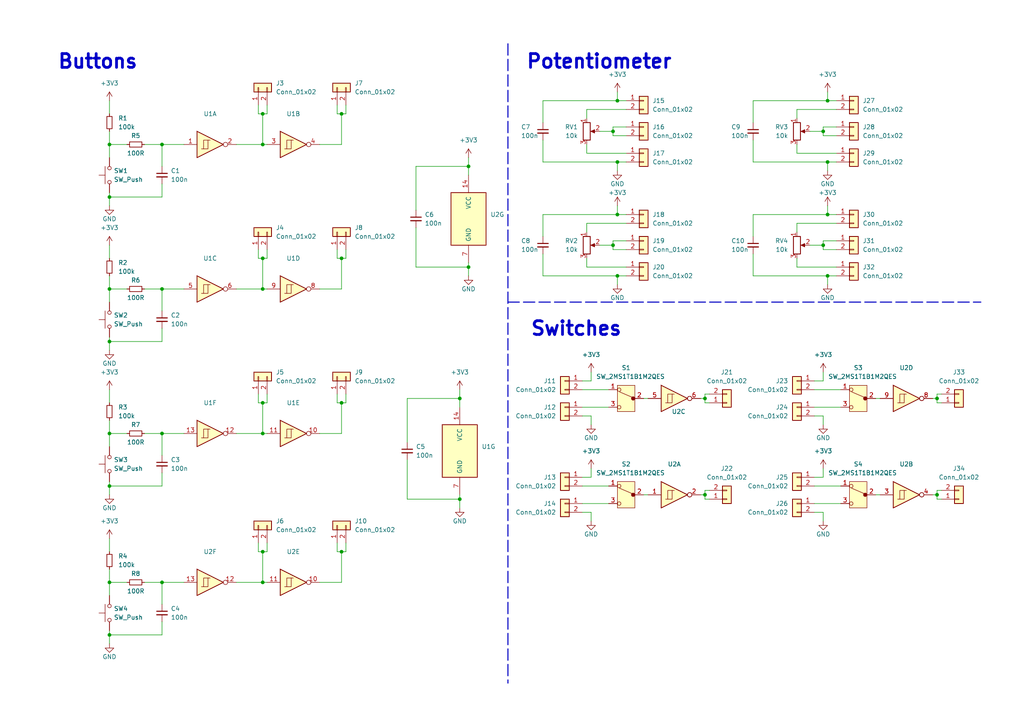
<source format=kicad_sch>
(kicad_sch (version 20211123) (generator eeschema)
  (paper "A4")
  (title_block (title "LCB-CBD-001: Dock") (date "2022-08-12") (rev "0.1") (company "PADERBORN UNIVERSITY DEPARTMENT OF POWER ELECTRONICS AND ELECTRICAL DRIVES"))
  (junction (at 76.2 168.91))
  (junction (at 99.06 74.93))
  (junction (at 179.07 46.99))
  (junction (at 271.78 115.57))
  (junction (at 179.07 80.01))
  (junction (at 177.8 71.12))
  (junction (at 177.8 38.1))
  (junction (at 76.2 41.91))
  (junction (at 31.75 57.15))
  (junction (at 46.99 83.82))
  (junction (at 46.99 168.91))
  (junction (at 76.2 160.02))
  (junction (at 46.99 125.73))
  (junction (at 76.2 116.84))
  (junction (at 135.89 48.26))
  (junction (at 238.76 71.12))
  (junction (at 133.35 144.78))
  (junction (at 99.06 116.84))
  (junction (at 204.47 115.57))
  (junction (at 31.75 83.82))
  (junction (at 31.75 41.91))
  (junction (at 99.06 33.02))
  (junction (at 240.03 62.23))
  (junction (at 179.07 62.23))
  (junction (at 240.03 80.01))
  (junction (at 204.47 143.51))
  (junction (at 31.75 125.73))
  (junction (at 99.06 160.02))
  (junction (at 76.2 125.73))
  (junction (at 238.76 38.1))
  (junction (at 31.75 99.06))
  (junction (at 135.89 77.47))
  (junction (at 240.03 46.99))
  (junction (at 76.2 74.93))
  (junction (at 31.75 168.91))
  (junction (at 133.35 115.57))
  (junction (at 240.03 29.21))
  (junction (at 76.2 33.02))
  (junction (at 76.2 83.82))
  (junction (at 179.07 29.21))
  (junction (at 46.99 41.91))
  (junction (at 31.75 184.15))
  (junction (at 271.78 143.51))
  (junction (at 31.75 140.97))
  (wire (pts (xy 177.8 39.37) (xy 181.61 39.37)))
  (wire (pts (xy 31.75 57.15) (xy 46.99 57.15)))
  (wire (pts (xy 240.03 46.99) (xy 240.03 49.53)))
  (wire (pts (xy 243.84 118.11) (xy 236.22 118.11)))
  (wire (pts (xy 238.76 36.83) (xy 242.57 36.83)))
  (wire (pts (xy 176.53 118.11) (xy 168.91 118.11)))
  (wire (pts (xy 135.89 77.47) (xy 120.65 77.47)))
  (wire (pts (xy 177.8 71.12) (xy 177.8 72.39)))
  (wire (pts (xy 31.75 140.97) (xy 46.99 140.97)))
  (wire (pts (xy 46.99 125.73) (xy 53.34 125.73)))
  (wire (pts (xy 46.99 99.06) (xy 46.99 95.25)))
  (wire (pts (xy 31.75 156.21) (xy 31.75 160.02)))
  (wire (pts (xy 231.14 77.47) (xy 242.57 77.47)))
  (wire (pts (xy 254 143.51) (xy 255.27 143.51)))
  (wire (pts (xy 31.75 55.88) (xy 31.75 57.15)))
  (wire (pts (xy 173.99 38.1) (xy 177.8 38.1)))
  (wire (pts (xy 218.44 62.23) (xy 218.44 68.58)))
  (wire (pts (xy 179.07 29.21) (xy 181.61 29.21)))
  (wire (pts (xy 271.78 143.51) (xy 271.78 144.78)))
  (wire (pts (xy 135.89 77.47) (xy 135.89 80.01)))
  (wire (pts (xy 176.53 146.05) (xy 168.91 146.05)))
  (wire (pts (xy 46.99 83.82) (xy 46.99 90.17)))
  (wire (pts (xy 77.47 74.93) (xy 77.47 72.39)))
  (wire (pts (xy 99.06 33.02) (xy 99.06 41.91)))
  (wire (pts (xy 204.47 115.57) (xy 204.47 116.84)))
  (polyline (pts (xy 147.32 12.7) (xy 147.32 198.12)) (stroke (width 0.3)))
  (wire (pts (xy 97.79 114.3) (xy 97.79 116.84)))
  (wire (pts (xy 231.14 64.77) (xy 242.57 64.77)))
  (wire (pts (xy 133.35 113.03) (xy 133.35 115.57)))
  (wire (pts (xy 100.33 74.93) (xy 100.33 72.39)))
  (wire (pts (xy 99.06 160.02) (xy 99.06 168.91)))
  (wire (pts (xy 120.65 48.26) (xy 120.65 60.96)))
  (polyline (pts (xy 147.32 87.63) (xy 284.48 87.63)) (stroke (width 0.3)))
  (wire (pts (xy 31.75 29.21) (xy 31.75 33.02)))
  (wire (pts (xy 135.89 76.2) (xy 135.89 77.47)))
  (wire (pts (xy 179.07 80.01) (xy 179.07 82.55)))
  (wire (pts (xy 46.99 41.91) (xy 53.34 41.91)))
  (wire (pts (xy 273.05 142.24) (xy 271.78 142.24)))
  (wire (pts (xy 238.76 120.65) (xy 238.76 123.19)))
  (wire (pts (xy 99.06 74.93) (xy 99.06 83.82)))
  (wire (pts (xy 31.75 97.79) (xy 31.75 99.06)))
  (wire (pts (xy 271.78 142.24) (xy 271.78 143.51)))
  (wire (pts (xy 177.8 38.1) (xy 177.8 36.83)))
  (wire (pts (xy 41.91 168.91) (xy 46.99 168.91)))
  (wire (pts (xy 240.03 59.69) (xy 240.03 62.23)))
  (wire (pts (xy 242.57 80.01) (xy 240.03 80.01)))
  (wire (pts (xy 218.44 46.99) (xy 240.03 46.99)))
  (wire (pts (xy 97.79 30.48) (xy 97.79 33.02)))
  (wire (pts (xy 74.93 33.02) (xy 76.2 33.02)))
  (wire (pts (xy 177.8 71.12) (xy 177.8 69.85)))
  (wire (pts (xy 74.93 157.48) (xy 74.93 160.02)))
  (wire (pts (xy 99.06 74.93) (xy 100.33 74.93)))
  (wire (pts (xy 205.74 144.78) (xy 204.47 144.78)))
  (wire (pts (xy 99.06 168.91) (xy 92.71 168.91)))
  (wire (pts (xy 118.11 144.78) (xy 118.11 133.35)))
  (wire (pts (xy 74.93 114.3) (xy 74.93 116.84)))
  (wire (pts (xy 177.8 69.85) (xy 181.61 69.85)))
  (wire (pts (xy 170.18 44.45) (xy 181.61 44.45)))
  (wire (pts (xy 31.75 121.92) (xy 31.75 125.73)))
  (wire (pts (xy 46.99 184.15) (xy 46.99 180.34)))
  (wire (pts (xy 46.99 83.82) (xy 53.34 83.82)))
  (wire (pts (xy 31.75 140.97) (xy 31.75 143.51)))
  (wire (pts (xy 76.2 168.91) (xy 77.47 168.91)))
  (wire (pts (xy 31.75 71.12) (xy 31.75 74.93)))
  (wire (pts (xy 76.2 74.93) (xy 77.47 74.93)))
  (wire (pts (xy 170.18 41.91) (xy 170.18 44.45)))
  (wire (pts (xy 31.75 99.06) (xy 46.99 99.06)))
  (wire (pts (xy 240.03 62.23) (xy 242.57 62.23)))
  (wire (pts (xy 100.33 160.02) (xy 100.33 157.48)))
  (wire (pts (xy 181.61 46.99) (xy 179.07 46.99)))
  (wire (pts (xy 179.07 29.21) (xy 157.48 29.21)))
  (wire (pts (xy 170.18 74.93) (xy 170.18 77.47)))
  (wire (pts (xy 76.2 83.82) (xy 77.47 83.82)))
  (wire (pts (xy 46.99 140.97) (xy 46.99 137.16)))
  (wire (pts (xy 236.22 120.65) (xy 238.76 120.65)))
  (wire (pts (xy 179.07 62.23) (xy 157.48 62.23)))
  (wire (pts (xy 204.47 143.51) (xy 204.47 144.78)))
  (wire (pts (xy 231.14 31.75) (xy 231.14 34.29)))
  (wire (pts (xy 177.8 72.39) (xy 181.61 72.39)))
  (wire (pts (xy 31.75 165.1) (xy 31.75 168.91)))
  (wire (pts (xy 100.33 30.48) (xy 100.33 33.02)))
  (wire (pts (xy 74.93 72.39) (xy 74.93 74.93)))
  (wire (pts (xy 177.8 38.1) (xy 177.8 39.37)))
  (wire (pts (xy 205.74 114.3) (xy 204.47 114.3)))
  (wire (pts (xy 240.03 26.67) (xy 240.03 29.21)))
  (wire (pts (xy 177.8 36.83) (xy 181.61 36.83)))
  (wire (pts (xy 133.35 144.78) (xy 133.35 147.32)))
  (wire (pts (xy 92.71 125.73) (xy 99.06 125.73)))
  (wire (pts (xy 76.2 41.91) (xy 77.47 41.91)))
  (wire (pts (xy 31.75 168.91) (xy 31.75 172.72)))
  (wire (pts (xy 157.48 40.64) (xy 157.48 46.99)))
  (wire (pts (xy 273.05 144.78) (xy 271.78 144.78)))
  (wire (pts (xy 31.75 57.15) (xy 31.75 59.69)))
  (wire (pts (xy 231.14 44.45) (xy 242.57 44.45)))
  (wire (pts (xy 133.35 115.57) (xy 118.11 115.57)))
  (wire (pts (xy 76.2 125.73) (xy 77.47 125.73)))
  (wire (pts (xy 31.75 41.91) (xy 36.83 41.91)))
  (wire (pts (xy 271.78 114.3) (xy 271.78 115.57)))
  (wire (pts (xy 238.76 135.89) (xy 238.76 138.43)))
  (wire (pts (xy 234.95 38.1) (xy 238.76 38.1)))
  (wire (pts (xy 120.65 77.47) (xy 120.65 66.04)))
  (wire (pts (xy 77.47 116.84) (xy 77.47 114.3)))
  (wire (pts (xy 271.78 115.57) (xy 271.78 116.84)))
  (wire (pts (xy 218.44 40.64) (xy 218.44 46.99)))
  (wire (pts (xy 234.95 71.12) (xy 238.76 71.12)))
  (wire (pts (xy 170.18 31.75) (xy 181.61 31.75)))
  (wire (pts (xy 231.14 64.77) (xy 231.14 67.31)))
  (wire (pts (xy 171.45 107.95) (xy 171.45 110.49)))
  (wire (pts (xy 74.93 160.02) (xy 76.2 160.02)))
  (wire (pts (xy 97.79 74.93) (xy 99.06 74.93)))
  (wire (pts (xy 218.44 62.23) (xy 240.03 62.23)))
  (wire (pts (xy 31.75 113.03) (xy 31.75 116.84)))
  (wire (pts (xy 179.07 59.69) (xy 179.07 62.23)))
  (wire (pts (xy 74.93 30.48) (xy 74.93 33.02)))
  (wire (pts (xy 205.74 142.24) (xy 204.47 142.24)))
  (wire (pts (xy 240.03 80.01) (xy 240.03 82.55)))
  (wire (pts (xy 238.76 69.85) (xy 242.57 69.85)))
  (wire (pts (xy 31.75 139.7) (xy 31.75 140.97)))
  (wire (pts (xy 170.18 64.77) (xy 181.61 64.77)))
  (wire (pts (xy 99.06 116.84) (xy 100.33 116.84)))
  (wire (pts (xy 41.91 125.73) (xy 46.99 125.73)))
  (wire (pts (xy 31.75 182.88) (xy 31.75 184.15)))
  (wire (pts (xy 76.2 74.93) (xy 76.2 83.82)))
  (wire (pts (xy 176.53 113.03) (xy 168.91 113.03)))
  (wire (pts (xy 236.22 148.59) (xy 238.76 148.59)))
  (wire (pts (xy 243.84 140.97) (xy 236.22 140.97)))
  (wire (pts (xy 238.76 107.95) (xy 238.76 110.49)))
  (wire (pts (xy 41.91 83.82) (xy 46.99 83.82)))
  (wire (pts (xy 76.2 116.84) (xy 76.2 125.73)))
  (wire (pts (xy 68.58 168.91) (xy 76.2 168.91)))
  (wire (pts (xy 97.79 72.39) (xy 97.79 74.93)))
  (wire (pts (xy 205.74 116.84) (xy 204.47 116.84)))
  (wire (pts (xy 74.93 74.93) (xy 76.2 74.93)))
  (wire (pts (xy 170.18 31.75) (xy 170.18 34.29)))
  (wire (pts (xy 46.99 41.91) (xy 46.99 48.26)))
  (wire (pts (xy 31.75 184.15) (xy 31.75 186.69)))
  (wire (pts (xy 204.47 142.24) (xy 204.47 143.51)))
  (wire (pts (xy 242.57 46.99) (xy 240.03 46.99)))
  (wire (pts (xy 77.47 33.02) (xy 77.47 30.48)))
  (wire (pts (xy 31.75 125.73) (xy 31.75 129.54)))
  (wire (pts (xy 203.2 143.51) (xy 204.47 143.51)))
  (wire (pts (xy 171.45 135.89) (xy 171.45 138.43)))
  (wire (pts (xy 99.06 41.91) (xy 92.71 41.91)))
  (wire (pts (xy 157.48 62.23) (xy 157.48 68.58)))
  (wire (pts (xy 76.2 33.02) (xy 76.2 41.91)))
  (wire (pts (xy 173.99 71.12) (xy 177.8 71.12)))
  (wire (pts (xy 238.76 38.1) (xy 238.76 39.37)))
  (wire (pts (xy 273.05 116.84) (xy 271.78 116.84)))
  (wire (pts (xy 99.06 83.82) (xy 92.71 83.82)))
  (wire (pts (xy 31.75 80.01) (xy 31.75 83.82)))
  (wire (pts (xy 97.79 116.84) (xy 99.06 116.84)))
  (wire (pts (xy 243.84 113.03) (xy 236.22 113.03)))
  (wire (pts (xy 31.75 168.91) (xy 36.83 168.91)))
  (wire (pts (xy 238.76 71.12) (xy 238.76 69.85)))
  (wire (pts (xy 238.76 148.59) (xy 238.76 151.13)))
  (wire (pts (xy 238.76 71.12) (xy 238.76 72.39)))
  (wire (pts (xy 31.75 99.06) (xy 31.75 101.6)))
  (wire (pts (xy 31.75 125.73) (xy 36.83 125.73)))
  (wire (pts (xy 238.76 38.1) (xy 238.76 36.83)))
  (wire (pts (xy 170.18 64.77) (xy 170.18 67.31)))
  (wire (pts (xy 179.07 26.67) (xy 179.07 29.21)))
  (wire (pts (xy 31.75 38.1) (xy 31.75 41.91)))
  (wire (pts (xy 171.45 120.65) (xy 171.45 123.19)))
  (wire (pts (xy 46.99 168.91) (xy 46.99 175.26)))
  (wire (pts (xy 76.2 160.02) (xy 77.47 160.02)))
  (wire (pts (xy 74.93 116.84) (xy 76.2 116.84)))
  (wire (pts (xy 238.76 72.39) (xy 242.57 72.39)))
  (wire (pts (xy 135.89 48.26) (xy 120.65 48.26)))
  (wire (pts (xy 76.2 160.02) (xy 76.2 168.91)))
  (wire (pts (xy 243.84 146.05) (xy 236.22 146.05)))
  (wire (pts (xy 203.2 115.57) (xy 204.47 115.57)))
  (wire (pts (xy 170.18 77.47) (xy 181.61 77.47)))
  (wire (pts (xy 238.76 39.37) (xy 242.57 39.37)))
  (wire (pts (xy 31.75 41.91) (xy 31.75 45.72)))
  (wire (pts (xy 133.35 143.51) (xy 133.35 144.78)))
  (wire (pts (xy 99.06 160.02) (xy 100.33 160.02)))
  (wire (pts (xy 171.45 110.49) (xy 168.91 110.49)))
  (wire (pts (xy 31.75 83.82) (xy 31.75 87.63)))
  (wire (pts (xy 97.79 33.02) (xy 99.06 33.02)))
  (wire (pts (xy 97.79 157.48) (xy 97.79 160.02)))
  (wire (pts (xy 46.99 125.73) (xy 46.99 132.08)))
  (wire (pts (xy 240.03 80.01) (xy 218.44 80.01)))
  (wire (pts (xy 46.99 168.91) (xy 53.34 168.91)))
  (wire (pts (xy 157.48 73.66) (xy 157.48 80.01)))
  (wire (pts (xy 157.48 80.01) (xy 179.07 80.01)))
  (wire (pts (xy 181.61 80.01) (xy 179.07 80.01)))
  (wire (pts (xy 179.07 62.23) (xy 181.61 62.23)))
  (wire (pts (xy 157.48 29.21) (xy 157.48 35.56)))
  (wire (pts (xy 68.58 41.91) (xy 76.2 41.91)))
  (wire (pts (xy 171.45 138.43) (xy 168.91 138.43)))
  (wire (pts (xy 231.14 41.91) (xy 231.14 44.45)))
  (wire (pts (xy 31.75 184.15) (xy 46.99 184.15)))
  (wire (pts (xy 76.2 33.02) (xy 77.47 33.02)))
  (wire (pts (xy 218.44 73.66) (xy 218.44 80.01)))
  (wire (pts (xy 240.03 29.21) (xy 242.57 29.21)))
  (wire (pts (xy 68.58 83.82) (xy 76.2 83.82)))
  (wire (pts (xy 168.91 148.59) (xy 171.45 148.59)))
  (wire (pts (xy 231.14 74.93) (xy 231.14 77.47)))
  (wire (pts (xy 238.76 138.43) (xy 236.22 138.43)))
  (wire (pts (xy 231.14 31.75) (xy 242.57 31.75)))
  (wire (pts (xy 270.51 115.57) (xy 271.78 115.57)))
  (wire (pts (xy 31.75 83.82) (xy 36.83 83.82)))
  (wire (pts (xy 238.76 110.49) (xy 236.22 110.49)))
  (wire (pts (xy 168.91 120.65) (xy 171.45 120.65)))
  (wire (pts (xy 118.11 115.57) (xy 118.11 128.27)))
  (wire (pts (xy 240.03 29.21) (xy 218.44 29.21)))
  (wire (pts (xy 186.69 115.57) (xy 187.96 115.57)))
  (wire (pts (xy 254 115.57) (xy 255.27 115.57)))
  (wire (pts (xy 186.69 143.51) (xy 187.96 143.51)))
  (wire (pts (xy 68.58 125.73) (xy 76.2 125.73)))
  (wire (pts (xy 76.2 116.84) (xy 77.47 116.84)))
  (wire (pts (xy 218.44 29.21) (xy 218.44 35.56)))
  (wire (pts (xy 176.53 140.97) (xy 168.91 140.97)))
  (wire (pts (xy 41.91 41.91) (xy 46.99 41.91)))
  (wire (pts (xy 97.79 160.02) (xy 99.06 160.02)))
  (wire (pts (xy 179.07 46.99) (xy 179.07 49.53)))
  (wire (pts (xy 135.89 48.26) (xy 135.89 50.8)))
  (wire (pts (xy 273.05 114.3) (xy 271.78 114.3)))
  (wire (pts (xy 100.33 116.84) (xy 100.33 114.3)))
  (wire (pts (xy 100.33 33.02) (xy 99.06 33.02)))
  (wire (pts (xy 133.35 144.78) (xy 118.11 144.78)))
  (wire (pts (xy 157.48 46.99) (xy 179.07 46.99)))
  (wire (pts (xy 171.45 148.59) (xy 171.45 151.13)))
  (wire (pts (xy 204.47 114.3) (xy 204.47 115.57)))
  (wire (pts (xy 99.06 116.84) (xy 99.06 125.73)))
  (wire (pts (xy 133.35 115.57) (xy 133.35 118.11)))
  (wire (pts (xy 135.89 45.72) (xy 135.89 48.26)))
  (wire (pts (xy 77.47 160.02) (xy 77.47 157.48)))
  (wire (pts (xy 46.99 57.15) (xy 46.99 53.34)))
  (wire (pts (xy 270.51 143.51) (xy 271.78 143.51)))
  (text "Potentiometer" (at 152.4 20.32 0) (effects (font (size 4 4) bold) (justify left bottom)))
  (text "Buttons" (at 16.51 20.32 0) (effects (font (size 4 4) bold) (justify left bottom)))
  (text "Switches" (at 153.67 97.79 0) (effects (font (size 4 4) bold) (justify left bottom)))
  (symbol (lib_id "LEA_SymbolLibrary:R_0603_100k_THICK__1P__75V") (at 31.75 35.56 180) (unit 1)
    (property "Reference" "R1" (at 34.29 34.2899 0) (effects (justify right)))
    (property "Value" "100k" (at 34.29 36.8299 0) (effects (justify right)))
    (property "Footprint" "LEA_FootprintLibrary:R_0603" (effects hide))
    (property "Manufacturer" "Vishay" (effects hide))
    (property "manf#" "CRCW0603100KFKEAC" (effects hide))
    (property "mouser#" "71-CRCW0603100KFKEAC" (effects hide))
  )
  (symbol (lib_id "LEA_SymbolLibrary:ST_6CH_CMOS_SOIC14_MC74HC14ADG") (at 60.96 125.73 0) (unit 6)
    (property "Reference" "U1" (at 60.96 116.84 0))
    (property "Value" "ST_6CH_CMOS_SOIC14_MC74HC14ADG" (effects hide))
    (property "Footprint" "LEA_FootprintLibrary:SOIC-14" (effects hide))
    (property "Datasheet" "https://www.mouser.de/datasheet/2/308/1/MC74HC14A_D-2315678.pdf" (effects hide))
    (property "Manufacturer" "Onsemi" (effects hide))
    (property "Mouser No." "863-MC74HC14ADG " (effects hide))
    (property "mouser#" "863-MC74HC14ADG " (effects hide))
    (property "manf#" "MC74HC14ADG " (effects hide))
  )
  (symbol (lib_id "LEA_SymbolLibrary:GND") (at 179.07 49.53 0) (unit 1)
    (property "Reference" "#PWR020" (effects hide))
    (property "Value" "GND" (at 179.07 53.34 0))
  )
  (symbol (lib_id "LEA_SymbolLibrary:R_0603_100k_THICK__1P__75V") (at 31.75 77.47 180) (unit 1)
    (property "Reference" "R2" (at 34.29 76.1999 0) (effects (justify right)))
    (property "Value" "100k" (at 34.29 78.7399 0) (effects (justify right)))
    (property "Footprint" "LEA_FootprintLibrary:R_0603" (effects hide))
    (property "Manufacturer" "Vishay" (effects hide))
    (property "manf#" "CRCW0603100KFKEAC" (effects hide))
    (property "mouser#" "71-CRCW0603100KFKEAC" (effects hide))
  )
  (symbol (lib_id "LEA_SymbolLibrary:ST_6CH_CMOS_SOIC14_MC74HC14ADG") (at 133.35 130.81 0) (unit 7)
    (property "Reference" "U1" (at 139.7 129.5399 0) (effects (justify left)))
    (property "Value" "ST_6CH_CMOS_SOIC14_MC74HC14ADG" (effects hide))
    (property "Footprint" "LEA_FootprintLibrary:SOIC-14" (effects hide))
    (property "Datasheet" "https://www.mouser.de/datasheet/2/308/1/MC74HC14A_D-2315678.pdf" (effects hide))
    (property "Manufacturer" "Onsemi" (effects hide))
    (property "Mouser No." "863-MC74HC14ADG " (effects hide))
    (property "mouser#" "863-MC74HC14ADG " (effects hide))
    (property "manf#" "MC74HC14ADG " (effects hide))
  )
  (symbol (lib_id "LEA_SymbolLibrary:Conn_01x02") (at 186.69 29.21 0) (unit 1)
    (property "Reference" "J15" (at 189.23 29.2099 0) (effects (justify left)))
    (property "Value" "Conn_01x02" (at 189.23 31.7499 0) (effects (justify left)))
    (property "Footprint" "LEA_FootprintLibrary:PinHeader_1x02_P2.54mm_Vertical" (effects hide))
    (property "Datasheet" "https://www.mouser.de/datasheet/2/181/M20-999-1218971.pdf" (effects hide))
    (property "Manufacturer" "Harwin" (effects hide))
    (property "Mouser No." " 855-M20-9990245" (effects hide))
    (property "mouser#" " 855-M20-9990245" (effects hide))
    (property "manf#" "M20-9990245" (effects hide))
  )
  (symbol (lib_id "LEA_SymbolLibrary:GND") (at 31.75 59.69 0) (unit 1)
    (property "Reference" "#PWR04" (effects hide))
    (property "Value" "GND" (at 31.75 63.5 0))
  )
  (symbol (lib_id "LEA_SymbolLibrary:Conn_01x02") (at 163.83 146.05 0) (mirror y) (unit 1)
    (property "Reference" "J14" (at 161.29 146.0499 0) (effects (justify left)))
    (property "Value" "Conn_01x02" (at 161.29 148.5899 0) (effects (justify left)))
    (property "Footprint" "LEA_FootprintLibrary:PinHeader_1x02_P2.54mm_Vertical" (effects hide))
    (property "Datasheet" "https://www.mouser.de/datasheet/2/181/M20-999-1218971.pdf" (effects hide))
    (property "Manufacturer" "Harwin" (effects hide))
    (property "Mouser No." " 855-M20-9990245" (effects hide))
    (property "mouser#" " 855-M20-9990245" (effects hide))
    (property "manf#" "M20-9990245" (effects hide))
  )
  (symbol (lib_id "LEA_SymbolLibrary:C_0603_100n_X5R_10P__50V") (at 46.99 50.8 0) (unit 1)
    (property "Reference" "C1" (at 49.53 49.5362 0) (effects (justify left)))
    (property "Value" "100n" (at 49.53 52.0762 0) (effects (justify left)))
    (property "Footprint" "LEA_FootprintLibrary:C_0603" (effects hide))
    (property "Manufacturer" "TDK" (effects hide))
    (property "manf#" "C1608X5R1H104K" (effects hide))
    (property "mouser#" "810-C1608X5R1H104K" (effects hide))
  )
  (symbol (lib_id "LEA_SymbolLibrary:+3V3") (at 179.07 26.67 0) (unit 1)
    (property "Reference" "#PWR019" (effects hide))
    (property "Value" "+3V3" (at 179.07 21.59 0))
  )
  (symbol (lib_id "LEA_SymbolLibrary:R_POT_Bourns_PTV09A-1") (at 231.14 38.1 0) (unit 1)
    (property "Reference" "RV3" (at 228.6 36.8299 0) (effects (justify right)))
    (property "Value" "10k" (at 228.6 39.3699 0) (effects (justify right)))
    (property "Footprint" "LEA_FootprintLibrary:Potentiometer_Bourns_PTV09A-1_Single_Vertical" (effects hide))
    (property "Datasheet" "https://www.mouser.de/datasheet/2/54/ptv09-777818.pdf" (effects hide))
    (property "Manufacturer" "Bourns" (effects hide))
    (property "Mouser No." " 652-PTV09A-4020FB103" (effects hide))
    (property "mouser#" " 652-PTV09A-4020FB103" (effects hide))
    (property "manf#" "PTV09A-4020FB103" (effects hide))
  )
  (symbol (lib_id "LEA_SymbolLibrary:ST_6CH_CMOS_SOIC14_MC74HC14ADG") (at 262.89 115.57 0) (unit 4)
    (property "Reference" "U2" (at 262.89 106.68 0))
    (property "Value" "ST_6CH_CMOS_SOIC14_MC74HC14ADG" (effects hide))
    (property "Footprint" "LEA_FootprintLibrary:SOIC-14" (effects hide))
    (property "Datasheet" "https://www.mouser.de/datasheet/2/308/1/MC74HC14A_D-2315678.pdf" (effects hide))
    (property "Manufacturer" "Onsemi" (effects hide))
    (property "Mouser No." "863-MC74HC14ADG " (effects hide))
    (property "mouser#" "863-MC74HC14ADG " (effects hide))
    (property "manf#" "MC74HC14ADG " (effects hide))
  )
  (symbol (lib_id "LEA_SymbolLibrary:C_0603_100n_X5R_10P__50V") (at 46.99 177.8 0) (unit 1)
    (property "Reference" "C4" (at 49.53 176.5362 0) (effects (justify left)))
    (property "Value" "100n" (at 49.53 179.0762 0) (effects (justify left)))
    (property "Footprint" "LEA_FootprintLibrary:C_0603" (effects hide))
    (property "Manufacturer" "TDK" (effects hide))
    (property "manf#" "C1608X5R1H104K" (effects hide))
    (property "mouser#" "810-C1608X5R1H104K" (effects hide))
  )
  (symbol (lib_id "LEA_SymbolLibrary:SW_Push") (at 31.75 134.62 90) (unit 1)
    (property "Reference" "SW3" (at 33.02 133.3499 90) (effects (justify right)))
    (property "Value" "SW_Push" (at 33.02 135.8899 90) (effects (justify right)))
    (property "Footprint" "LEA_FootprintLibrary:SW_Push" (effects hide))
    (property "Datasheet" "https://www.mouser.de/datasheet/2/670/ts04-2586192.pdf" (effects hide))
    (property "Manufacturer" "CUI" (effects hide))
    (property "Mouser No." "179-TS046643BK160SMT" (effects hide))
    (property "mouser#" "179-TS046643BK160SMT" (effects hide))
    (property "manf#" "TS046643BK160SMT" (effects hide))
  )
  (symbol (lib_id "LEA_SymbolLibrary:+3V3") (at 171.45 107.95 0) (unit 1)
    (property "Reference" "#PWR015" (effects hide))
    (property "Value" "+3V3" (at 171.45 102.87 0))
  )
  (symbol (lib_id "LEA_SymbolLibrary:GND") (at 171.45 123.19 0) (unit 1)
    (property "Reference" "#PWR016" (effects hide))
    (property "Value" "GND" (at 171.45 127 0))
  )
  (symbol (lib_id "LEA_SymbolLibrary:Conn_01x02") (at 231.14 118.11 0) (mirror y) (unit 1)
    (property "Reference" "J24" (at 228.6 118.1099 0) (effects (justify left)))
    (property "Value" "Conn_01x02" (at 228.6 120.6499 0) (effects (justify left)))
    (property "Footprint" "LEA_FootprintLibrary:PinHeader_1x02_P2.54mm_Vertical" (effects hide))
    (property "Datasheet" "https://www.mouser.de/datasheet/2/181/M20-999-1218971.pdf" (effects hide))
    (property "Manufacturer" "Harwin" (effects hide))
    (property "Mouser No." " 855-M20-9990245" (effects hide))
    (property "mouser#" " 855-M20-9990245" (effects hide))
    (property "manf#" "M20-9990245" (effects hide))
  )
  (symbol (lib_id "LEA_SymbolLibrary:R_0603_100k_THICK__1P__75V") (at 31.75 119.38 180) (unit 1)
    (property "Reference" "R3" (at 34.29 118.1099 0) (effects (justify right)))
    (property "Value" "100k" (at 34.29 120.6499 0) (effects (justify right)))
    (property "Footprint" "LEA_FootprintLibrary:R_0603" (effects hide))
    (property "Manufacturer" "Vishay" (effects hide))
    (property "manf#" "CRCW0603100KFKEAC" (effects hide))
    (property "mouser#" "71-CRCW0603100KFKEAC" (effects hide))
  )
  (symbol (lib_id "LEA_SymbolLibrary:+3V3") (at 238.76 135.89 0) (unit 1)
    (property "Reference" "#PWR025" (effects hide))
    (property "Value" "+3V3" (at 238.76 130.81 0))
  )
  (symbol (lib_id "LEA_SymbolLibrary:Conn_01x02") (at 186.69 69.85 0) (unit 1)
    (property "Reference" "J19" (at 189.23 69.8499 0) (effects (justify left)))
    (property "Value" "Conn_01x02" (at 189.23 72.3899 0) (effects (justify left)))
    (property "Footprint" "LEA_FootprintLibrary:PinHeader_1x02_P2.54mm_Vertical" (effects hide))
    (property "Datasheet" "https://www.mouser.de/datasheet/2/181/M20-999-1218971.pdf" (effects hide))
    (property "Manufacturer" "Harwin" (effects hide))
    (property "Mouser No." " 855-M20-9990245" (effects hide))
    (property "mouser#" " 855-M20-9990245" (effects hide))
    (property "manf#" "M20-9990245" (effects hide))
  )
  (symbol (lib_id "LEA_SymbolLibrary:ST_6CH_CMOS_SOIC14_MC74HC14ADG") (at 60.96 41.91 0) (unit 1)
    (property "Reference" "U1" (at 60.96 33.02 0))
    (property "Value" "ST_6CH_CMOS_SOIC14_MC74HC14ADG" (effects hide))
    (property "Footprint" "LEA_FootprintLibrary:SOIC-14" (effects hide))
    (property "Datasheet" "https://www.mouser.de/datasheet/2/308/1/MC74HC14A_D-2315678.pdf" (effects hide))
    (property "Manufacturer" "Onsemi" (effects hide))
    (property "Mouser No." "863-MC74HC14ADG " (effects hide))
    (property "mouser#" "863-MC74HC14ADG " (effects hide))
    (property "manf#" "MC74HC14ADG " (effects hide))
  )
  (symbol (lib_id "LEA_SymbolLibrary:Conn_01x02") (at 247.65 36.83 0) (unit 1)
    (property "Reference" "J28" (at 250.19 36.8299 0) (effects (justify left)))
    (property "Value" "Conn_01x02" (at 250.19 39.3699 0) (effects (justify left)))
    (property "Footprint" "LEA_FootprintLibrary:PinHeader_1x02_P2.54mm_Vertical" (effects hide))
    (property "Datasheet" "https://www.mouser.de/datasheet/2/181/M20-999-1218971.pdf" (effects hide))
    (property "Manufacturer" "Harwin" (effects hide))
    (property "Mouser No." " 855-M20-9990245" (effects hide))
    (property "mouser#" " 855-M20-9990245" (effects hide))
    (property "manf#" "M20-9990245" (effects hide))
  )
  (symbol (lib_id "LEA_SymbolLibrary:ST_6CH_CMOS_SOIC14_MC74HC14ADG") (at 85.09 168.91 0) (unit 5)
    (property "Reference" "U2" (at 85.09 160.02 0))
    (property "Value" "ST_6CH_CMOS_SOIC14_MC74HC14ADG" (effects hide))
    (property "Footprint" "LEA_FootprintLibrary:SOIC-14" (effects hide))
    (property "Datasheet" "https://www.mouser.de/datasheet/2/308/1/MC74HC14A_D-2315678.pdf" (effects hide))
    (property "Manufacturer" "Onsemi" (effects hide))
    (property "Mouser No." "863-MC74HC14ADG " (effects hide))
    (property "mouser#" "863-MC74HC14ADG " (effects hide))
    (property "manf#" "MC74HC14ADG " (effects hide))
  )
  (symbol (lib_id "LEA_SymbolLibrary:Conn_01x02") (at 163.83 138.43 0) (mirror y) (unit 1)
    (property "Reference" "J13" (at 161.29 138.4299 0) (effects (justify left)))
    (property "Value" "Conn_01x02" (at 161.29 140.9699 0) (effects (justify left)))
    (property "Footprint" "LEA_FootprintLibrary:PinHeader_1x02_P2.54mm_Vertical" (effects hide))
    (property "Datasheet" "https://www.mouser.de/datasheet/2/181/M20-999-1218971.pdf" (effects hide))
    (property "Manufacturer" "Harwin" (effects hide))
    (property "Mouser No." " 855-M20-9990245" (effects hide))
    (property "mouser#" " 855-M20-9990245" (effects hide))
    (property "manf#" "M20-9990245" (effects hide))
  )
  (symbol (lib_id "LEA_SymbolLibrary:Conn_01x02") (at 247.65 77.47 0) (unit 1)
    (property "Reference" "J32" (at 250.19 77.4699 0) (effects (justify left)))
    (property "Value" "Conn_01x02" (at 250.19 80.0099 0) (effects (justify left)))
    (property "Footprint" "LEA_FootprintLibrary:PinHeader_1x02_P2.54mm_Vertical" (effects hide))
    (property "Datasheet" "https://www.mouser.de/datasheet/2/181/M20-999-1218971.pdf" (effects hide))
    (property "Manufacturer" "Harwin" (effects hide))
    (property "Mouser No." " 855-M20-9990245" (effects hide))
    (property "mouser#" " 855-M20-9990245" (effects hide))
    (property "manf#" "M20-9990245" (effects hide))
  )
  (symbol (lib_id "LEA_SymbolLibrary:ST_6CH_CMOS_SOIC14_MC74HC14ADG") (at 262.89 143.51 0) (unit 2)
    (property "Reference" "U2" (at 262.89 134.62 0))
    (property "Value" "ST_6CH_CMOS_SOIC14_MC74HC14ADG" (effects hide))
    (property "Footprint" "LEA_FootprintLibrary:SOIC-14" (effects hide))
    (property "Datasheet" "https://www.mouser.de/datasheet/2/308/1/MC74HC14A_D-2315678.pdf" (effects hide))
    (property "Manufacturer" "Onsemi" (effects hide))
    (property "Mouser No." "863-MC74HC14ADG " (effects hide))
    (property "mouser#" "863-MC74HC14ADG " (effects hide))
    (property "manf#" "MC74HC14ADG " (effects hide))
  )
  (symbol (lib_id "LEA_SymbolLibrary:R_0603_100R_THICK__1P__75V") (at 39.37 125.73 90) (unit 1)
    (property "Reference" "R7" (at 39.37 123.19 90))
    (property "Value" "100R" (at 39.37 128.27 90))
    (property "Footprint" "LEA_FootprintLibrary:R_0603" (effects hide))
    (property "Manufacturer" "Vishay" (effects hide))
    (property "manf#" "CRCW0603100RFKEAC" (effects hide))
    (property "mouser#" "71-CRCW0603100RFKEAC" (effects hide))
  )
  (symbol (lib_id "LEA_SymbolLibrary:ST_6CH_CMOS_SOIC14_MC74HC14ADG") (at 85.09 83.82 0) (unit 4)
    (property "Reference" "U1" (at 85.09 74.93 0))
    (property "Value" "ST_6CH_CMOS_SOIC14_MC74HC14ADG" (effects hide))
    (property "Footprint" "LEA_FootprintLibrary:SOIC-14" (effects hide))
    (property "Datasheet" "https://www.mouser.de/datasheet/2/308/1/MC74HC14A_D-2315678.pdf" (effects hide))
    (property "Manufacturer" "Onsemi" (effects hide))
    (property "Mouser No." "863-MC74HC14ADG " (effects hide))
    (property "mouser#" "863-MC74HC14ADG " (effects hide))
    (property "manf#" "MC74HC14ADG " (effects hide))
  )
  (symbol (lib_id "LEA_SymbolLibrary:C_0603_100n_X5R_10P__50V") (at 157.48 38.1 0) (unit 1)
    (property "Reference" "C7" (at 151.13 36.83 0) (effects (justify left)))
    (property "Value" "100n" (at 151.13 39.37 0) (effects (justify left)))
    (property "Footprint" "LEA_FootprintLibrary:C_0603" (effects hide))
    (property "Manufacturer" "TDK" (effects hide))
    (property "manf#" "C1608X5R1H104K" (effects hide))
    (property "mouser#" "810-C1608X5R1H104K" (effects hide))
  )
  (symbol (lib_id "LEA_SymbolLibrary:C_0603_100n_X5R_10P__50V") (at 120.65 63.5 0) (unit 1)
    (property "Reference" "C6" (at 123.19 62.2362 0) (effects (justify left)))
    (property "Value" "100n" (at 123.19 64.7762 0) (effects (justify left)))
    (property "Footprint" "LEA_FootprintLibrary:C_0603" (effects hide))
    (property "Manufacturer" "TDK" (effects hide))
    (property "manf#" "C1608X5R1H104K" (effects hide))
    (property "mouser#" "810-C1608X5R1H104K" (effects hide))
  )
  (symbol (lib_id "LEA_SymbolLibrary:C_0603_100n_X5R_10P__50V") (at 46.99 134.62 0) (unit 1)
    (property "Reference" "C3" (at 49.53 133.3562 0) (effects (justify left)))
    (property "Value" "100n" (at 49.53 135.8962 0) (effects (justify left)))
    (property "Footprint" "LEA_FootprintLibrary:C_0603" (effects hide))
    (property "Manufacturer" "TDK" (effects hide))
    (property "manf#" "C1608X5R1H104K" (effects hide))
    (property "mouser#" "810-C1608X5R1H104K" (effects hide))
  )
  (symbol (lib_id "LEA_SymbolLibrary:R_0603_100R_THICK__1P__75V") (at 39.37 168.91 90) (unit 1)
    (property "Reference" "R8" (at 39.37 166.37 90))
    (property "Value" "100R" (at 39.37 171.45 90))
    (property "Footprint" "LEA_FootprintLibrary:R_0603" (effects hide))
    (property "Manufacturer" "Vishay" (effects hide))
    (property "manf#" "CRCW0603100RFKEAC" (effects hide))
    (property "mouser#" "71-CRCW0603100RFKEAC" (effects hide))
  )
  (symbol (lib_id "LEA_SymbolLibrary:Conn_01x02") (at 186.69 77.47 0) (unit 1)
    (property "Reference" "J20" (at 189.23 77.4699 0) (effects (justify left)))
    (property "Value" "Conn_01x02" (at 189.23 80.0099 0) (effects (justify left)))
    (property "Footprint" "LEA_FootprintLibrary:PinHeader_1x02_P2.54mm_Vertical" (effects hide))
    (property "Datasheet" "https://www.mouser.de/datasheet/2/181/M20-999-1218971.pdf" (effects hide))
    (property "Manufacturer" "Harwin" (effects hide))
    (property "Mouser No." " 855-M20-9990245" (effects hide))
    (property "mouser#" " 855-M20-9990245" (effects hide))
    (property "manf#" "M20-9990245" (effects hide))
  )
  (symbol (lib_id "LEA_SymbolLibrary:ST_6CH_CMOS_SOIC14_MC74HC14ADG") (at 195.58 143.51 0) (unit 1)
    (property "Reference" "U2" (at 195.58 134.62 0))
    (property "Value" "ST_6CH_CMOS_SOIC14_MC74HC14ADG" (effects hide))
    (property "Footprint" "LEA_FootprintLibrary:SOIC-14" (effects hide))
    (property "Datasheet" "https://www.mouser.de/datasheet/2/308/1/MC74HC14A_D-2315678.pdf" (effects hide))
    (property "Manufacturer" "Onsemi" (effects hide))
    (property "Mouser No." "863-MC74HC14ADG " (effects hide))
    (property "mouser#" "863-MC74HC14ADG " (effects hide))
    (property "manf#" "MC74HC14ADG " (effects hide))
  )
  (symbol (lib_id "LEA_SymbolLibrary:+3V3") (at 171.45 135.89 0) (unit 1)
    (property "Reference" "#PWR017" (effects hide))
    (property "Value" "+3V3" (at 171.45 130.81 0))
  )
  (symbol (lib_id "LEA_SymbolLibrary:ST_6CH_CMOS_SOIC14_MC74HC14ADG") (at 60.96 83.82 0) (unit 3)
    (property "Reference" "U1" (at 60.96 74.93 0))
    (property "Value" "ST_6CH_CMOS_SOIC14_MC74HC14ADG" (effects hide))
    (property "Footprint" "LEA_FootprintLibrary:SOIC-14" (effects hide))
    (property "Datasheet" "https://www.mouser.de/datasheet/2/308/1/MC74HC14A_D-2315678.pdf" (effects hide))
    (property "Manufacturer" "Onsemi" (effects hide))
    (property "Mouser No." "863-MC74HC14ADG " (effects hide))
    (property "mouser#" "863-MC74HC14ADG " (effects hide))
    (property "manf#" "MC74HC14ADG " (effects hide))
  )
  (symbol (lib_id "LEA_SymbolLibrary:ST_6CH_CMOS_SOIC14_MC74HC14ADG") (at 195.58 115.57 0) (unit 3)
    (property "Reference" "U2" (at 196.85 119.38 0))
    (property "Value" "ST_6CH_CMOS_SOIC14_MC74HC14ADG" (effects hide))
    (property "Footprint" "LEA_FootprintLibrary:SOIC-14" (effects hide))
    (property "Datasheet" "https://www.mouser.de/datasheet/2/308/1/MC74HC14A_D-2315678.pdf" (effects hide))
    (property "Manufacturer" "Onsemi" (effects hide))
    (property "Mouser No." "863-MC74HC14ADG " (effects hide))
    (property "mouser#" "863-MC74HC14ADG " (effects hide))
    (property "manf#" "MC74HC14ADG " (effects hide))
  )
  (symbol (lib_id "LEA_SymbolLibrary:Conn_01x02") (at 74.93 67.31 90) (unit 1)
    (property "Reference" "J4" (at 80.01 66.0399 90) (effects (justify right)))
    (property "Value" "Conn_01x02" (at 80.01 68.5799 90) (effects (justify right)))
    (property "Footprint" "LEA_FootprintLibrary:PinHeader_1x02_P2.54mm_Vertical" (effects hide))
    (property "Datasheet" "https://www.mouser.de/datasheet/2/181/M20-999-1218971.pdf" (effects hide))
    (property "Manufacturer" "Harwin" (effects hide))
    (property "Mouser No." " 855-M20-9990245" (effects hide))
    (property "mouser#" " 855-M20-9990245" (effects hide))
    (property "manf#" "M20-9990245" (effects hide))
  )
  (symbol (lib_id "LEA_SymbolLibrary:ST_6CH_CMOS_SOIC14_MC74HC14ADG") (at 85.09 41.91 0) (unit 2)
    (property "Reference" "U1" (at 85.09 33.02 0))
    (property "Value" "ST_6CH_CMOS_SOIC14_MC74HC14ADG" (effects hide))
    (property "Footprint" "LEA_FootprintLibrary:SOIC-14" (effects hide))
    (property "Datasheet" "https://www.mouser.de/datasheet/2/308/1/MC74HC14A_D-2315678.pdf" (effects hide))
    (property "Manufacturer" "Onsemi" (effects hide))
    (property "Mouser No." "863-MC74HC14ADG " (effects hide))
    (property "mouser#" "863-MC74HC14ADG " (effects hide))
    (property "manf#" "MC74HC14ADG " (effects hide))
  )
  (symbol (lib_id "LEA_SymbolLibrary:C_0603_100n_X5R_10P__50V") (at 218.44 38.1 0) (unit 1)
    (property "Reference" "C9" (at 212.09 36.83 0) (effects (justify left)))
    (property "Value" "100n" (at 212.09 39.37 0) (effects (justify left)))
    (property "Footprint" "LEA_FootprintLibrary:C_0603" (effects hide))
    (property "Manufacturer" "TDK" (effects hide))
    (property "manf#" "C1608X5R1H104K" (effects hide))
    (property "mouser#" "810-C1608X5R1H104K" (effects hide))
  )
  (symbol (lib_id "LEA_SymbolLibrary:GND") (at 135.89 80.01 0) (unit 1)
    (property "Reference" "#PWR014" (effects hide))
    (property "Value" "GND" (at 135.89 83.82 0))
  )
  (symbol (lib_id "LEA_SymbolLibrary:Conn_01x02") (at 186.69 36.83 0) (unit 1)
    (property "Reference" "J16" (at 189.23 36.8299 0) (effects (justify left)))
    (property "Value" "Conn_01x02" (at 189.23 39.3699 0) (effects (justify left)))
    (property "Footprint" "LEA_FootprintLibrary:PinHeader_1x02_P2.54mm_Vertical" (effects hide))
    (property "Datasheet" "https://www.mouser.de/datasheet/2/181/M20-999-1218971.pdf" (effects hide))
    (property "Manufacturer" "Harwin" (effects hide))
    (property "Mouser No." " 855-M20-9990245" (effects hide))
    (property "mouser#" " 855-M20-9990245" (effects hide))
    (property "manf#" "M20-9990245" (effects hide))
  )
  (symbol (lib_id "LEA_SymbolLibrary:+3V3") (at 31.75 113.03 0) (unit 1)
    (property "Reference" "#PWR07" (effects hide))
    (property "Value" "+3V3" (at 31.75 107.95 0))
  )
  (symbol (lib_id "LEA_SymbolLibrary:Conn_01x02") (at 210.82 144.78 0) (mirror x) (unit 1)
    (property "Reference" "J22" (at 210.82 135.89 0))
    (property "Value" "Conn_01x02" (at 210.82 138.43 0))
    (property "Footprint" "LEA_FootprintLibrary:PinHeader_1x02_P2.54mm_Vertical" (effects hide))
    (property "Datasheet" "https://www.mouser.de/datasheet/2/181/M20-999-1218971.pdf" (effects hide))
    (property "Manufacturer" "Harwin" (effects hide))
    (property "Mouser No." " 855-M20-9990245" (effects hide))
    (property "mouser#" " 855-M20-9990245" (effects hide))
    (property "manf#" "M20-9990245" (effects hide))
  )
  (symbol (lib_id "LEA_SymbolLibrary:R_POT_Bourns_PTV09A-1") (at 231.14 71.12 0) (unit 1)
    (property "Reference" "RV4" (at 228.6 69.8499 0) (effects (justify right)))
    (property "Value" "10k" (at 228.6 72.3899 0) (effects (justify right)))
    (property "Footprint" "LEA_FootprintLibrary:Potentiometer_Bourns_PTV09A-1_Single_Vertical" (effects hide))
    (property "Datasheet" "https://www.mouser.de/datasheet/2/54/ptv09-777818.pdf" (effects hide))
    (property "Manufacturer" "Bourns" (effects hide))
    (property "Mouser No." " 652-PTV09A-4020FB103" (effects hide))
    (property "mouser#" " 652-PTV09A-4020FB103" (effects hide))
    (property "manf#" "PTV09A-4020FB103" (effects hide))
  )
  (symbol (lib_id "LEA_SymbolLibrary:R_POT_Bourns_PTV09A-1") (at 170.18 38.1 0) (unit 1)
    (property "Reference" "RV1" (at 167.64 36.8299 0) (effects (justify right)))
    (property "Value" "10k" (at 167.64 39.3699 0) (effects (justify right)))
    (property "Footprint" "LEA_FootprintLibrary:Potentiometer_Bourns_PTV09A-1_Single_Vertical" (effects hide))
    (property "Datasheet" "https://www.mouser.de/datasheet/2/54/ptv09-777818.pdf" (effects hide))
    (property "Manufacturer" "Bourns" (effects hide))
    (property "Mouser No." " 652-PTV09A-4020FB103" (effects hide))
    (property "mouser#" " 652-PTV09A-4020FB103" (effects hide))
    (property "manf#" "PTV09A-4020FB103" (effects hide))
  )
  (symbol (lib_id "LEA_SymbolLibrary:ST_6CH_CMOS_SOIC14_MC74HC14ADG") (at 85.09 125.73 0) (unit 5)
    (property "Reference" "U1" (at 85.09 116.84 0))
    (property "Value" "ST_6CH_CMOS_SOIC14_MC74HC14ADG" (effects hide))
    (property "Footprint" "LEA_FootprintLibrary:SOIC-14" (effects hide))
    (property "Datasheet" "https://www.mouser.de/datasheet/2/308/1/MC74HC14A_D-2315678.pdf" (effects hide))
    (property "Manufacturer" "Onsemi" (effects hide))
    (property "Mouser No." "863-MC74HC14ADG " (effects hide))
    (property "mouser#" "863-MC74HC14ADG " (effects hide))
    (property "manf#" "MC74HC14ADG " (effects hide))
  )
  (symbol (lib_id "LEA_SymbolLibrary:R_0603_100k_THICK__1P__75V") (at 31.75 162.56 180) (unit 1)
    (property "Reference" "R4" (at 34.29 161.2899 0) (effects (justify right)))
    (property "Value" "100k" (at 34.29 163.8299 0) (effects (justify right)))
    (property "Footprint" "LEA_FootprintLibrary:R_0603" (effects hide))
    (property "Manufacturer" "Vishay" (effects hide))
    (property "manf#" "CRCW0603100KFKEAC" (effects hide))
    (property "mouser#" "71-CRCW0603100KFKEAC" (effects hide))
  )
  (symbol (lib_id "LEA_SymbolLibrary:+3V3") (at 31.75 71.12 0) (unit 1)
    (property "Reference" "#PWR05" (effects hide))
    (property "Value" "+3V3" (at 31.75 66.04 0))
  )
  (symbol (lib_id "LEA_SymbolLibrary:+3V3") (at 31.75 29.21 0) (unit 1)
    (property "Reference" "#PWR03" (effects hide))
    (property "Value" "+3V3" (at 31.75 24.13 0))
  )
  (symbol (lib_id "LEA_SymbolLibrary:+3V3") (at 179.07 59.69 0) (unit 1)
    (property "Reference" "#PWR021" (effects hide))
    (property "Value" "+3V3" (at 179.07 55.88 0))
  )
  (symbol (lib_name "SW_Push_2") (lib_id "LEA_SymbolLibrary:SW_Push") (at 31.75 50.8 90) (unit 1)
    (property "Reference" "SW1" (at 33.02 49.5299 90) (effects (justify right)))
    (property "Value" "SW_Push" (at 33.02 52.0699 90) (effects (justify right)))
    (property "Footprint" "LEA_FootprintLibrary:SW_Push" (effects hide))
    (property "Datasheet" "https://www.mouser.de/datasheet/2/670/ts04-2586192.pdf" (effects hide))
    (property "Manufacturer" "CUI" (effects hide))
    (property "Mouser No." "179-TS046643BK160SMT" (effects hide))
    (property "mouser#" "179-TS046643BK160SMT" (effects hide))
    (property "manf#" "TS046643BK160SMT" (effects hide))
  )
  (symbol (lib_id "LEA_SymbolLibrary:Conn_01x02") (at 74.93 152.4 90) (unit 1)
    (property "Reference" "J6" (at 80.01 151.1299 90) (effects (justify right)))
    (property "Value" "Conn_01x02" (at 80.01 153.6699 90) (effects (justify right)))
    (property "Footprint" "LEA_FootprintLibrary:PinHeader_1x02_P2.54mm_Vertical" (effects hide))
    (property "Datasheet" "https://www.mouser.de/datasheet/2/181/M20-999-1218971.pdf" (effects hide))
    (property "Manufacturer" "Harwin" (effects hide))
    (property "Mouser No." " 855-M20-9990245" (effects hide))
    (property "mouser#" " 855-M20-9990245" (effects hide))
    (property "manf#" "M20-9990245" (effects hide))
  )
  (symbol (lib_id "LEA_SymbolLibrary:R_0603_100R_THICK__1P__75V") (at 39.37 83.82 90) (unit 1)
    (property "Reference" "R6" (at 39.37 81.28 90))
    (property "Value" "100R" (at 39.37 86.36 90))
    (property "Footprint" "LEA_FootprintLibrary:R_0603" (effects hide))
    (property "Manufacturer" "Vishay" (effects hide))
    (property "manf#" "CRCW0603100RFKEAC" (effects hide))
    (property "mouser#" "71-CRCW0603100RFKEAC" (effects hide))
  )
  (symbol (lib_id "LEA_SymbolLibrary:Conn_01x02") (at 186.69 44.45 0) (unit 1)
    (property "Reference" "J17" (at 189.23 44.4499 0) (effects (justify left)))
    (property "Value" "Conn_01x02" (at 189.23 46.9899 0) (effects (justify left)))
    (property "Footprint" "LEA_FootprintLibrary:PinHeader_1x02_P2.54mm_Vertical" (effects hide))
    (property "Datasheet" "https://www.mouser.de/datasheet/2/181/M20-999-1218971.pdf" (effects hide))
    (property "Manufacturer" "Harwin" (effects hide))
    (property "Mouser No." " 855-M20-9990245" (effects hide))
    (property "mouser#" " 855-M20-9990245" (effects hide))
    (property "manf#" "M20-9990245" (effects hide))
  )
  (symbol (lib_id "LEA_SymbolLibrary:Conn_01x02") (at 186.69 62.23 0) (unit 1)
    (property "Reference" "J18" (at 189.23 62.2299 0) (effects (justify left)))
    (property "Value" "Conn_01x02" (at 189.23 64.7699 0) (effects (justify left)))
    (property "Footprint" "LEA_FootprintLibrary:PinHeader_1x02_P2.54mm_Vertical" (effects hide))
    (property "Datasheet" "https://www.mouser.de/datasheet/2/181/M20-999-1218971.pdf" (effects hide))
    (property "Manufacturer" "Harwin" (effects hide))
    (property "Mouser No." " 855-M20-9990245" (effects hide))
    (property "mouser#" " 855-M20-9990245" (effects hide))
    (property "manf#" "M20-9990245" (effects hide))
  )
  (symbol (lib_id "LEA_SymbolLibrary:Conn_01x02") (at 163.83 118.11 0) (mirror y) (unit 1)
    (property "Reference" "J12" (at 161.29 118.1099 0) (effects (justify left)))
    (property "Value" "Conn_01x02" (at 161.29 120.6499 0) (effects (justify left)))
    (property "Footprint" "LEA_FootprintLibrary:PinHeader_1x02_P2.54mm_Vertical" (effects hide))
    (property "Datasheet" "https://www.mouser.de/datasheet/2/181/M20-999-1218971.pdf" (effects hide))
    (property "Manufacturer" "Harwin" (effects hide))
    (property "Mouser No." " 855-M20-9990245" (effects hide))
    (property "mouser#" " 855-M20-9990245" (effects hide))
    (property "manf#" "M20-9990245" (effects hide))
  )
  (symbol (lib_name "SW_Push_1") (lib_id "LEA_SymbolLibrary:SW_Push") (at 31.75 177.8 90) (unit 1)
    (property "Reference" "SW4" (at 33.02 176.5299 90) (effects (justify right)))
    (property "Value" "SW_Push" (at 33.02 179.0699 90) (effects (justify right)))
    (property "Footprint" "LEA_FootprintLibrary:SW_Push" (effects hide))
    (property "Datasheet" "https://www.mouser.de/datasheet/2/670/ts04-2586192.pdf" (effects hide))
    (property "Manufacturer" "CUI" (effects hide))
    (property "Mouser No." "179-TS046643BK160SMT" (effects hide))
    (property "mouser#" "179-TS046643BK160SMT" (effects hide))
    (property "manf#" "TS046643BK160SMT" (effects hide))
  )
  (symbol (lib_id "LEA_SymbolLibrary:GND") (at 238.76 151.13 0) (unit 1)
    (property "Reference" "#PWR026" (effects hide))
    (property "Value" "GND" (at 238.76 154.94 0))
  )
  (symbol (lib_id "LEA_SymbolLibrary:Conn_01x02") (at 97.79 25.4 90) (unit 1)
    (property "Reference" "J7" (at 102.87 24.1299 90) (effects (justify right)))
    (property "Value" "Conn_01x02" (at 102.87 26.6699 90) (effects (justify right)))
    (property "Footprint" "LEA_FootprintLibrary:PinHeader_1x02_P2.54mm_Vertical" (effects hide))
    (property "Datasheet" "https://www.mouser.de/datasheet/2/181/M20-999-1218971.pdf" (effects hide))
    (property "Manufacturer" "Harwin" (effects hide))
    (property "Mouser No." " 855-M20-9990245" (effects hide))
    (property "mouser#" " 855-M20-9990245" (effects hide))
    (property "manf#" "M20-9990245" (effects hide))
  )
  (symbol (lib_id "LEA_SymbolLibrary:C_0603_100n_X5R_10P__50V") (at 118.11 130.81 0) (unit 1)
    (property "Reference" "C5" (at 120.65 129.5462 0) (effects (justify left)))
    (property "Value" "100n" (at 120.65 132.0862 0) (effects (justify left)))
    (property "Footprint" "LEA_FootprintLibrary:C_0603" (effects hide))
    (property "Manufacturer" "TDK" (effects hide))
    (property "manf#" "C1608X5R1H104K" (effects hide))
    (property "mouser#" "810-C1608X5R1H104K" (effects hide))
  )
  (symbol (lib_id "LEA_SymbolLibrary:Conn_01x02") (at 247.65 62.23 0) (unit 1)
    (property "Reference" "J30" (at 250.19 62.2299 0) (effects (justify left)))
    (property "Value" "Conn_01x02" (at 250.19 64.7699 0) (effects (justify left)))
    (property "Footprint" "LEA_FootprintLibrary:PinHeader_1x02_P2.54mm_Vertical" (effects hide))
    (property "Datasheet" "https://www.mouser.de/datasheet/2/181/M20-999-1218971.pdf" (effects hide))
    (property "Manufacturer" "Harwin" (effects hide))
    (property "Mouser No." " 855-M20-9990245" (effects hide))
    (property "mouser#" " 855-M20-9990245" (effects hide))
    (property "manf#" "M20-9990245" (effects hide))
  )
  (symbol (lib_id "LEA_SymbolLibrary:ST_6CH_CMOS_SOIC14_MC74HC14ADG") (at 135.89 63.5 0) (unit 7)
    (property "Reference" "U2" (at 142.24 62.2299 0) (effects (justify left)))
    (property "Value" "ST_6CH_CMOS_SOIC14_MC74HC14ADG" (effects hide))
    (property "Footprint" "LEA_FootprintLibrary:SOIC-14" (effects hide))
    (property "Datasheet" "https://www.mouser.de/datasheet/2/308/1/MC74HC14A_D-2315678.pdf" (effects hide))
    (property "Manufacturer" "Onsemi" (effects hide))
    (property "Mouser No." "863-MC74HC14ADG " (effects hide))
    (property "mouser#" "863-MC74HC14ADG " (effects hide))
    (property "manf#" "MC74HC14ADG " (effects hide))
  )
  (symbol (lib_id "LEA_SymbolLibrary:R_0603_100R_THICK__1P__75V") (at 39.37 41.91 90) (unit 1)
    (property "Reference" "R5" (at 39.37 39.37 90))
    (property "Value" "100R" (at 39.37 44.45 90))
    (property "Footprint" "LEA_FootprintLibrary:R_0603" (effects hide))
    (property "Manufacturer" "Vishay" (effects hide))
    (property "manf#" "CRCW0603100RFKEAC" (effects hide))
    (property "mouser#" "71-CRCW0603100RFKEAC" (effects hide))
  )
  (symbol (lib_id "LEA_SymbolLibrary:R_POT_Bourns_PTV09A-1") (at 170.18 71.12 0) (unit 1)
    (property "Reference" "RV2" (at 167.64 69.8499 0) (effects (justify right)))
    (property "Value" "10k" (at 167.64 72.3899 0) (effects (justify right)))
    (property "Footprint" "LEA_FootprintLibrary:Potentiometer_Bourns_PTV09A-1_Single_Vertical" (effects hide))
    (property "Datasheet" "https://www.mouser.de/datasheet/2/54/ptv09-777818.pdf" (effects hide))
    (property "Manufacturer" "Bourns" (effects hide))
    (property "Mouser No." " 652-PTV09A-4020FB103" (effects hide))
    (property "mouser#" " 652-PTV09A-4020FB103" (effects hide))
    (property "manf#" "PTV09A-4020FB103" (effects hide))
  )
  (symbol (lib_id "LEA_SymbolLibrary:GND") (at 171.45 151.13 0) (unit 1)
    (property "Reference" "#PWR018" (effects hide))
    (property "Value" "GND" (at 171.45 154.94 0))
  )
  (symbol (lib_id "LEA_SymbolLibrary:Conn_01x02") (at 231.14 110.49 0) (mirror y) (unit 1)
    (property "Reference" "J23" (at 228.6 110.4899 0) (effects (justify left)))
    (property "Value" "Conn_01x02" (at 228.6 113.0299 0) (effects (justify left)))
    (property "Footprint" "LEA_FootprintLibrary:PinHeader_1x02_P2.54mm_Vertical" (effects hide))
    (property "Datasheet" "https://www.mouser.de/datasheet/2/181/M20-999-1218971.pdf" (effects hide))
    (property "Manufacturer" "Harwin" (effects hide))
    (property "Mouser No." " 855-M20-9990245" (effects hide))
    (property "mouser#" " 855-M20-9990245" (effects hide))
    (property "manf#" "M20-9990245" (effects hide))
  )
  (symbol (lib_id "LEA_SymbolLibrary:Conn_01x02") (at 231.14 138.43 0) (mirror y) (unit 1)
    (property "Reference" "J25" (at 228.6 138.4299 0) (effects (justify left)))
    (property "Value" "Conn_01x02" (at 228.6 140.9699 0) (effects (justify left)))
    (property "Footprint" "LEA_FootprintLibrary:PinHeader_1x02_P2.54mm_Vertical" (effects hide))
    (property "Datasheet" "https://www.mouser.de/datasheet/2/181/M20-999-1218971.pdf" (effects hide))
    (property "Manufacturer" "Harwin" (effects hide))
    (property "Mouser No." " 855-M20-9990245" (effects hide))
    (property "mouser#" " 855-M20-9990245" (effects hide))
    (property "manf#" "M20-9990245" (effects hide))
  )
  (symbol (lib_id "LEA_SymbolLibrary:Conn_01x02") (at 97.79 152.4 90) (unit 1)
    (property "Reference" "J10" (at 102.87 151.1299 90) (effects (justify right)))
    (property "Value" "Conn_01x02" (at 102.87 153.6699 90) (effects (justify right)))
    (property "Footprint" "LEA_FootprintLibrary:PinHeader_1x02_P2.54mm_Vertical" (effects hide))
    (property "Datasheet" "https://www.mouser.de/datasheet/2/181/M20-999-1218971.pdf" (effects hide))
    (property "Manufacturer" "Harwin" (effects hide))
    (property "Mouser No." " 855-M20-9990245" (effects hide))
    (property "mouser#" " 855-M20-9990245" (effects hide))
    (property "manf#" "M20-9990245" (effects hide))
  )
  (symbol (lib_id "LEA_SymbolLibrary:+3V3") (at 238.76 107.95 0) (unit 1)
    (property "Reference" "#PWR023" (effects hide))
    (property "Value" "+3V3" (at 238.76 102.87 0))
  )
  (symbol (lib_id "LEA_SymbolLibrary:+3V3") (at 135.89 45.72 0) (unit 1)
    (property "Reference" "#PWR013" (effects hide))
    (property "Value" "+3V3" (at 135.89 40.64 0))
  )
  (symbol (lib_id "LEA_SymbolLibrary:Conn_01x02") (at 74.93 25.4 90) (unit 1)
    (property "Reference" "J3" (at 80.01 24.1299 90) (effects (justify right)))
    (property "Value" "Conn_01x02" (at 80.01 26.6699 90) (effects (justify right)))
    (property "Footprint" "LEA_FootprintLibrary:PinHeader_1x02_P2.54mm_Vertical" (effects hide))
    (property "Datasheet" "https://www.mouser.de/datasheet/2/181/M20-999-1218971.pdf" (effects hide))
    (property "Manufacturer" "Harwin" (effects hide))
    (property "Mouser No." " 855-M20-9990245" (effects hide))
    (property "mouser#" " 855-M20-9990245" (effects hide))
    (property "manf#" "M20-9990245" (effects hide))
  )
  (symbol (lib_id "LEA_SymbolLibrary:Conn_01x02") (at 97.79 109.22 90) (unit 1)
    (property "Reference" "J9" (at 102.87 107.9499 90) (effects (justify right)))
    (property "Value" "Conn_01x02" (at 102.87 110.4899 90) (effects (justify right)))
    (property "Footprint" "LEA_FootprintLibrary:PinHeader_1x02_P2.54mm_Vertical" (effects hide))
    (property "Datasheet" "https://www.mouser.de/datasheet/2/181/M20-999-1218971.pdf" (effects hide))
    (property "Manufacturer" "Harwin" (effects hide))
    (property "Mouser No." " 855-M20-9990245" (effects hide))
    (property "mouser#" " 855-M20-9990245" (effects hide))
    (property "manf#" "M20-9990245" (effects hide))
  )
  (symbol (lib_id "LEA_SymbolLibrary:Conn_01x02") (at 278.13 116.84 0) (mirror x) (unit 1)
    (property "Reference" "J33" (at 278.13 107.95 0))
    (property "Value" "Conn_01x02" (at 278.13 110.49 0))
    (property "Footprint" "LEA_FootprintLibrary:PinHeader_1x02_P2.54mm_Vertical" (effects hide))
    (property "Datasheet" "https://www.mouser.de/datasheet/2/181/M20-999-1218971.pdf" (effects hide))
    (property "Manufacturer" "Harwin" (effects hide))
    (property "Mouser No." " 855-M20-9990245" (effects hide))
    (property "mouser#" " 855-M20-9990245" (effects hide))
    (property "manf#" "M20-9990245" (effects hide))
  )
  (symbol (lib_id "LEA_SymbolLibrary:GND") (at 31.75 186.69 0) (unit 1)
    (property "Reference" "#PWR010" (effects hide))
    (property "Value" "GND" (at 31.75 190.5 0))
  )
  (symbol (lib_id "LEA_SymbolLibrary:GND") (at 31.75 101.6 0) (unit 1)
    (property "Reference" "#PWR06" (effects hide))
    (property "Value" "GND" (at 31.75 105.41 0))
  )
  (symbol (lib_id "LEA_SymbolLibrary:SW_2MS1T1B1M2QES") (at 181.61 143.51 0) (mirror y) (unit 1)
    (property "Reference" "S2" (at 181.61 134.62 0))
    (property "Value" "SW_2MS1T1B1M2QES" (at 182.88 137.16 0))
    (property "Footprint" "LEA_FootprintLibrary:SW_2MS1T1B1M2QES" (effects hide))
    (property "Datasheet" "https://www.mouser.de/datasheet/2/979/Dailywell_01132020_2M_Series-1708785.pdf" (effects hide))
    (property "Manufacturer" "Dailywell" (effects hide))
    (property "Mouser No" "118-2MS1T1B1M2QES" (effects hide))
    (property "Mfr. No" "2MS1T1B1M2QES " (effects hide))
    (property "mouser#" "118-2MS1T1B1M2QES" (effects hide))
    (property "manf#" "2MS1T1B1M2QES " (effects hide))
  )
  (symbol (lib_id "LEA_SymbolLibrary:GND") (at 31.75 143.51 0) (unit 1)
    (property "Reference" "#PWR08" (effects hide))
    (property "Value" "GND" (at 31.75 147.32 0))
  )
  (symbol (lib_id "LEA_SymbolLibrary:Conn_01x02") (at 163.83 110.49 0) (mirror y) (unit 1)
    (property "Reference" "J11" (at 161.29 110.4899 0) (effects (justify left)))
    (property "Value" "Conn_01x02" (at 161.29 113.0299 0) (effects (justify left)))
    (property "Footprint" "LEA_FootprintLibrary:PinHeader_1x02_P2.54mm_Vertical" (effects hide))
    (property "Datasheet" "https://www.mouser.de/datasheet/2/181/M20-999-1218971.pdf" (effects hide))
    (property "Manufacturer" "Harwin" (effects hide))
    (property "Mouser No." " 855-M20-9990245" (effects hide))
    (property "mouser#" " 855-M20-9990245" (effects hide))
    (property "manf#" "M20-9990245" (effects hide))
  )
  (symbol (lib_id "LEA_SymbolLibrary:ST_6CH_CMOS_SOIC14_MC74HC14ADG") (at 60.96 168.91 0) (unit 6)
    (property "Reference" "U2" (at 60.96 160.02 0))
    (property "Value" "ST_6CH_CMOS_SOIC14_MC74HC14ADG" (effects hide))
    (property "Footprint" "LEA_FootprintLibrary:SOIC-14" (effects hide))
    (property "Datasheet" "https://www.mouser.de/datasheet/2/308/1/MC74HC14A_D-2315678.pdf" (effects hide))
    (property "Manufacturer" "Onsemi" (effects hide))
    (property "Mouser No." "863-MC74HC14ADG " (effects hide))
    (property "mouser#" "863-MC74HC14ADG " (effects hide))
    (property "manf#" "MC74HC14ADG " (effects hide))
  )
  (symbol (lib_id "LEA_SymbolLibrary:C_0603_100n_X5R_10P__50V") (at 218.44 71.12 0) (unit 1)
    (property "Reference" "C10" (at 212.09 69.85 0) (effects (justify left)))
    (property "Value" "100n" (at 212.09 72.39 0) (effects (justify left)))
    (property "Footprint" "LEA_FootprintLibrary:C_0603" (effects hide))
    (property "Manufacturer" "TDK" (effects hide))
    (property "manf#" "C1608X5R1H104K" (effects hide))
    (property "mouser#" "810-C1608X5R1H104K" (effects hide))
  )
  (symbol (lib_id "LEA_SymbolLibrary:GND") (at 238.76 123.19 0) (unit 1)
    (property "Reference" "#PWR024" (effects hide))
    (property "Value" "GND" (at 238.76 127 0))
  )
  (symbol (lib_id "LEA_SymbolLibrary:+3V3") (at 31.75 156.21 0) (unit 1)
    (property "Reference" "#PWR09" (effects hide))
    (property "Value" "+3V3" (at 31.75 151.13 0))
  )
  (symbol (lib_id "LEA_SymbolLibrary:GND") (at 179.07 82.55 0) (unit 1)
    (property "Reference" "#PWR022" (effects hide))
    (property "Value" "GND" (at 179.07 86.36 0))
  )
  (symbol (lib_id "LEA_SymbolLibrary:Conn_01x02") (at 247.65 69.85 0) (unit 1)
    (property "Reference" "J31" (at 250.19 69.8499 0) (effects (justify left)))
    (property "Value" "Conn_01x02" (at 250.19 72.3899 0) (effects (justify left)))
    (property "Footprint" "LEA_FootprintLibrary:PinHeader_1x02_P2.54mm_Vertical" (effects hide))
    (property "Datasheet" "https://www.mouser.de/datasheet/2/181/M20-999-1218971.pdf" (effects hide))
    (property "Manufacturer" "Harwin" (effects hide))
    (property "Mouser No." " 855-M20-9990245" (effects hide))
    (property "mouser#" " 855-M20-9990245" (effects hide))
    (property "manf#" "M20-9990245" (effects hide))
  )
  (symbol (lib_id "LEA_SymbolLibrary:Conn_01x02") (at 231.14 146.05 0) (mirror y) (unit 1)
    (property "Reference" "J26" (at 228.6 146.0499 0) (effects (justify left)))
    (property "Value" "Conn_01x02" (at 228.6 148.5899 0) (effects (justify left)))
    (property "Footprint" "LEA_FootprintLibrary:PinHeader_1x02_P2.54mm_Vertical" (effects hide))
    (property "Datasheet" "https://www.mouser.de/datasheet/2/181/M20-999-1218971.pdf" (effects hide))
    (property "Manufacturer" "Harwin" (effects hide))
    (property "Mouser No." " 855-M20-9990245" (effects hide))
    (property "mouser#" " 855-M20-9990245" (effects hide))
    (property "manf#" "M20-9990245" (effects hide))
  )
  (symbol (lib_id "LEA_SymbolLibrary:Conn_01x02") (at 247.65 44.45 0) (unit 1)
    (property "Reference" "J29" (at 250.19 44.4499 0) (effects (justify left)))
    (property "Value" "Conn_01x02" (at 250.19 46.9899 0) (effects (justify left)))
    (property "Footprint" "LEA_FootprintLibrary:PinHeader_1x02_P2.54mm_Vertical" (effects hide))
    (property "Datasheet" "https://www.mouser.de/datasheet/2/181/M20-999-1218971.pdf" (effects hide))
    (property "Manufacturer" "Harwin" (effects hide))
    (property "Mouser No." " 855-M20-9990245" (effects hide))
    (property "mouser#" " 855-M20-9990245" (effects hide))
    (property "manf#" "M20-9990245" (effects hide))
  )
  (symbol (lib_id "LEA_SymbolLibrary:Conn_01x02") (at 74.93 109.22 90) (unit 1)
    (property "Reference" "J5" (at 80.01 107.9499 90) (effects (justify right)))
    (property "Value" "Conn_01x02" (at 80.01 110.4899 90) (effects (justify right)))
    (property "Footprint" "LEA_FootprintLibrary:PinHeader_1x02_P2.54mm_Vertical" (effects hide))
    (property "Datasheet" "https://www.mouser.de/datasheet/2/181/M20-999-1218971.pdf" (effects hide))
    (property "Manufacturer" "Harwin" (effects hide))
    (property "Mouser No." " 855-M20-9990245" (effects hide))
    (property "mouser#" " 855-M20-9990245" (effects hide))
    (property "manf#" "M20-9990245" (effects hide))
  )
  (symbol (lib_name "SW_2MS1T1B1M2QES_2") (lib_id "LEA_SymbolLibrary:SW_2MS1T1B1M2QES") (at 248.92 143.51 0) (mirror y) (unit 1)
    (property "Reference" "S4" (at 248.92 134.62 0))
    (property "Value" "SW_2MS1T1B1M2QES" (at 250.19 137.16 0))
    (property "Footprint" "LEA_FootprintLibrary:SW_2MS1T1B1M2QES" (effects hide))
    (property "Datasheet" "https://www.mouser.de/datasheet/2/979/Dailywell_01132020_2M_Series-1708785.pdf" (effects hide))
    (property "Manufacturer" "Dailywell" (effects hide))
    (property "Mouser No" "118-2MS1T1B1M2QES" (effects hide))
    (property "Mfr. No" "2MS1T1B1M2QES " (effects hide))
    (property "mouser#" "118-2MS1T1B1M2QES" (effects hide))
    (property "manf#" "2MS1T1B1M2QES " (effects hide))
  )
  (symbol (lib_name "SW_2MS1T1B1M2QES_1") (lib_id "LEA_SymbolLibrary:SW_2MS1T1B1M2QES") (at 248.92 115.57 0) (mirror y) (unit 1)
    (property "Reference" "S3" (at 248.92 106.68 0))
    (property "Value" "SW_2MS1T1B1M2QES" (at 250.19 109.22 0))
    (property "Footprint" "LEA_FootprintLibrary:SW_2MS1T1B1M2QES" (effects hide))
    (property "Datasheet" "https://www.mouser.de/datasheet/2/979/Dailywell_01132020_2M_Series-1708785.pdf" (effects hide))
    (property "Manufacturer" "Dailywell" (effects hide))
    (property "Mouser No" "118-2MS1T1B1M2QES" (effects hide))
    (property "Mfr. No" "2MS1T1B1M2QES " (effects hide))
    (property "mouser#" "118-2MS1T1B1M2QES" (effects hide))
    (property "manf#" "2MS1T1B1M2QES " (effects hide))
  )
  (symbol (lib_id "LEA_SymbolLibrary:Conn_01x02") (at 97.79 67.31 90) (unit 1)
    (property "Reference" "J8" (at 102.87 66.0399 90) (effects (justify right)))
    (property "Value" "Conn_01x02" (at 102.87 68.5799 90) (effects (justify right)))
    (property "Footprint" "LEA_FootprintLibrary:PinHeader_1x02_P2.54mm_Vertical" (effects hide))
    (property "Datasheet" "https://www.mouser.de/datasheet/2/181/M20-999-1218971.pdf" (effects hide))
    (property "Manufacturer" "Harwin" (effects hide))
    (property "Mouser No." " 855-M20-9990245" (effects hide))
    (property "mouser#" " 855-M20-9990245" (effects hide))
    (property "manf#" "M20-9990245" (effects hide))
  )
  (symbol (lib_id "LEA_SymbolLibrary:Conn_01x02") (at 247.65 29.21 0) (unit 1)
    (property "Reference" "J27" (at 250.19 29.2099 0) (effects (justify left)))
    (property "Value" "Conn_01x02" (at 250.19 31.7499 0) (effects (justify left)))
    (property "Footprint" "LEA_FootprintLibrary:PinHeader_1x02_P2.54mm_Vertical" (effects hide))
    (property "Datasheet" "https://www.mouser.de/datasheet/2/181/M20-999-1218971.pdf" (effects hide))
    (property "Manufacturer" "Harwin" (effects hide))
    (property "Mouser No." " 855-M20-9990245" (effects hide))
    (property "mouser#" " 855-M20-9990245" (effects hide))
    (property "manf#" "M20-9990245" (effects hide))
  )
  (symbol (lib_id "LEA_SymbolLibrary:GND") (at 133.35 147.32 0) (unit 1)
    (property "Reference" "#PWR012" (effects hide))
    (property "Value" "GND" (at 133.35 151.13 0))
  )
  (symbol (lib_id "LEA_SymbolLibrary:Conn_01x02") (at 210.82 116.84 0) (mirror x) (unit 1)
    (property "Reference" "J21" (at 210.82 107.95 0))
    (property "Value" "Conn_01x02" (at 210.82 110.49 0))
    (property "Footprint" "LEA_FootprintLibrary:PinHeader_1x02_P2.54mm_Vertical" (effects hide))
    (property "Datasheet" "https://www.mouser.de/datasheet/2/181/M20-999-1218971.pdf" (effects hide))
    (property "Manufacturer" "Harwin" (effects hide))
    (property "Mouser No." " 855-M20-9990245" (effects hide))
    (property "mouser#" " 855-M20-9990245" (effects hide))
    (property "manf#" "M20-9990245" (effects hide))
  )
  (symbol (lib_id "LEA_SymbolLibrary:+3V3") (at 240.03 59.69 0) (unit 1)
    (property "Reference" "#PWR029" (effects hide))
    (property "Value" "+3V3" (at 240.03 55.88 0))
  )
  (symbol (lib_id "LEA_SymbolLibrary:Conn_01x02") (at 278.13 144.78 0) (mirror x) (unit 1)
    (property "Reference" "J34" (at 278.13 135.89 0))
    (property "Value" "Conn_01x02" (at 278.13 138.43 0))
    (property "Footprint" "LEA_FootprintLibrary:PinHeader_1x02_P2.54mm_Vertical" (effects hide))
    (property "Datasheet" "https://www.mouser.de/datasheet/2/181/M20-999-1218971.pdf" (effects hide))
    (property "Manufacturer" "Harwin" (effects hide))
    (property "Mouser No." " 855-M20-9990245" (effects hide))
    (property "mouser#" " 855-M20-9990245" (effects hide))
    (property "manf#" "M20-9990245" (effects hide))
  )
  (symbol (lib_id "LEA_SymbolLibrary:+3V3") (at 133.35 113.03 0) (unit 1)
    (property "Reference" "#PWR011" (effects hide))
    (property "Value" "+3V3" (at 133.35 107.95 0))
  )
  (symbol (lib_id "LEA_SymbolLibrary:GND") (at 240.03 82.55 0) (unit 1)
    (property "Reference" "#PWR030" (effects hide))
    (property "Value" "GND" (at 240.03 86.36 0))
  )
  (symbol (lib_name "SW_Push_3") (lib_id "LEA_SymbolLibrary:SW_Push") (at 31.75 92.71 90) (unit 1)
    (property "Reference" "SW2" (at 33.02 91.4399 90) (effects (justify right)))
    (property "Value" "SW_Push" (at 33.02 93.9799 90) (effects (justify right)))
    (property "Footprint" "LEA_FootprintLibrary:SW_Push" (effects hide))
    (property "Datasheet" "https://www.mouser.de/datasheet/2/670/ts04-2586192.pdf" (effects hide))
    (property "Manufacturer" "CUI" (effects hide))
    (property "Mouser No." "179-TS046643BK160SMT" (effects hide))
    (property "mouser#" "179-TS046643BK160SMT" (effects hide))
    (property "manf#" "TS046643BK160SMT" (effects hide))
  )
  (symbol (lib_id "LEA_SymbolLibrary:GND") (at 240.03 49.53 0) (unit 1)
    (property "Reference" "#PWR028" (effects hide))
    (property "Value" "GND" (at 240.03 53.34 0))
  )
  (symbol (lib_id "LEA_SymbolLibrary:+3V3") (at 240.03 26.67 0) (unit 1)
    (property "Reference" "#PWR027" (effects hide))
    (property "Value" "+3V3" (at 240.03 21.59 0))
  )
  (symbol (lib_id "LEA_SymbolLibrary:C_0603_100n_X5R_10P__50V") (at 157.48 71.12 0) (unit 1)
    (property "Reference" "C8" (at 151.13 69.85 0) (effects (justify left)))
    (property "Value" "100n" (at 151.13 72.39 0) (effects (justify left)))
    (property "Footprint" "LEA_FootprintLibrary:C_0603" (effects hide))
    (property "Manufacturer" "TDK" (effects hide))
    (property "manf#" "C1608X5R1H104K" (effects hide))
    (property "mouser#" "810-C1608X5R1H104K" (effects hide))
  )
  (symbol (lib_name "SW_2MS1T1B1M2QES_3") (lib_id "LEA_SymbolLibrary:SW_2MS1T1B1M2QES") (at 181.61 115.57 0) (mirror y) (unit 1)
    (property "Reference" "S1" (at 181.61 106.68 0))
    (property "Value" "SW_2MS1T1B1M2QES" (at 182.88 109.22 0))
    (property "Footprint" "LEA_FootprintLibrary:SW_2MS1T1B1M2QES" (effects hide))
    (property "Datasheet" "https://www.mouser.de/datasheet/2/979/Dailywell_01132020_2M_Series-1708785.pdf" (effects hide))
    (property "Manufacturer" "Dailywell" (effects hide))
    (property "Mouser No" "118-2MS1T1B1M2QES" (effects hide))
    (property "Mfr. No" "2MS1T1B1M2QES " (effects hide))
    (property "mouser#" "118-2MS1T1B1M2QES" (effects hide))
    (property "manf#" "2MS1T1B1M2QES " (effects hide))
  )
  (symbol (lib_id "LEA_SymbolLibrary:C_0603_100n_X5R_10P__50V") (at 46.99 92.71 0) (unit 1)
    (property "Reference" "C2" (at 49.53 91.4462 0) (effects (justify left)))
    (property "Value" "100n" (at 49.53 93.9862 0) (effects (justify left)))
    (property "Footprint" "LEA_FootprintLibrary:C_0603" (effects hide))
    (property "Manufacturer" "TDK" (effects hide))
    (property "manf#" "C1608X5R1H104K" (effects hide))
    (property "mouser#" "810-C1608X5R1H104K" (effects hide))
  )
)
</source>
